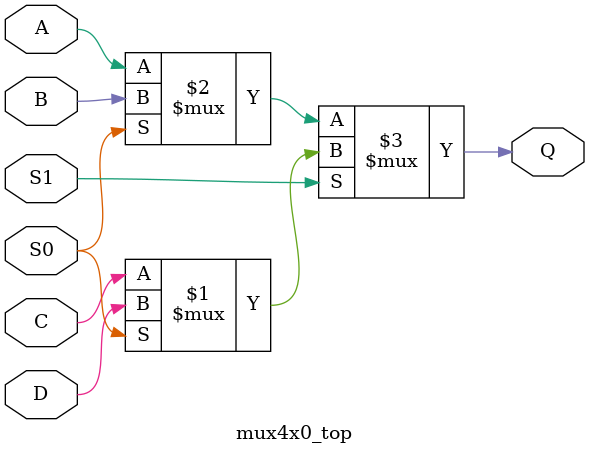
<source format=v>
module mux4x0_top (A,B,C,D,S1,S0,Q);
input A,B,C,D,S0,S1;
output Q;

 assign Q = S1 ? (S0 ? D : C) : (S0 ? B : A);

endmodule



</source>
